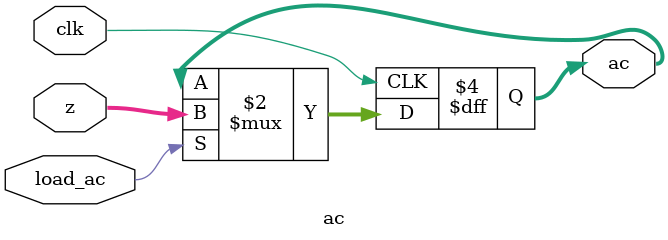
<source format=sv>
module ac (input logic signed [7:0]z, 
			input logic clk, 
			input logic load_ac, 
			output logic signed [7:0]ac);
	
	always_ff@(posedge clk)
	
	if(load_ac)
		ac <= z;
		
endmodule 

</source>
